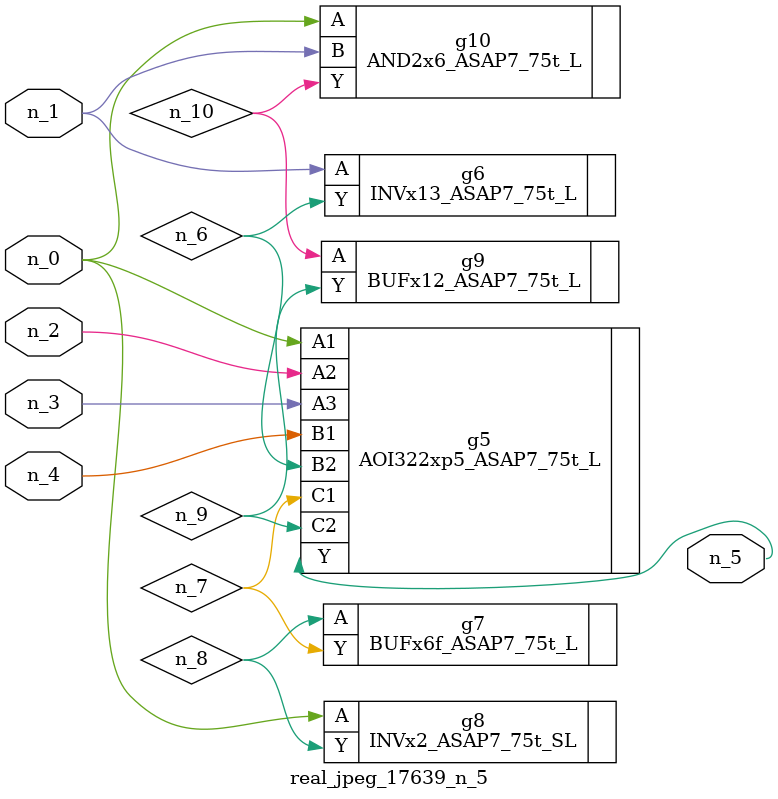
<source format=v>
module real_jpeg_17639_n_5 (n_4, n_0, n_1, n_2, n_3, n_5);

input n_4;
input n_0;
input n_1;
input n_2;
input n_3;

output n_5;

wire n_8;
wire n_6;
wire n_7;
wire n_10;
wire n_9;

AOI322xp5_ASAP7_75t_L g5 ( 
.A1(n_0),
.A2(n_2),
.A3(n_3),
.B1(n_4),
.B2(n_6),
.C1(n_7),
.C2(n_9),
.Y(n_5)
);

INVx2_ASAP7_75t_SL g8 ( 
.A(n_0),
.Y(n_8)
);

AND2x6_ASAP7_75t_L g10 ( 
.A(n_0),
.B(n_1),
.Y(n_10)
);

INVx13_ASAP7_75t_L g6 ( 
.A(n_1),
.Y(n_6)
);

BUFx6f_ASAP7_75t_L g7 ( 
.A(n_8),
.Y(n_7)
);

BUFx12_ASAP7_75t_L g9 ( 
.A(n_10),
.Y(n_9)
);


endmodule
</source>
